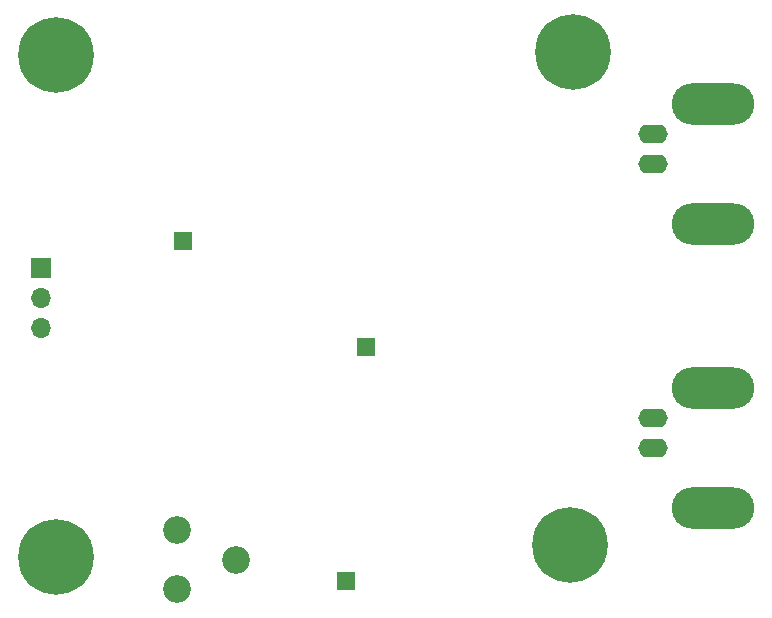
<source format=gbr>
%TF.GenerationSoftware,KiCad,Pcbnew,(5.1.9)-1*%
%TF.CreationDate,2021-05-17T20:36:21+02:00*%
%TF.ProjectId,TIMP_Bowes-Grebene,54494d50-5f42-46f7-9765-732d47726562,rev?*%
%TF.SameCoordinates,Original*%
%TF.FileFunction,Soldermask,Bot*%
%TF.FilePolarity,Negative*%
%FSLAX46Y46*%
G04 Gerber Fmt 4.6, Leading zero omitted, Abs format (unit mm)*
G04 Created by KiCad (PCBNEW (5.1.9)-1) date 2021-05-17 20:36:21*
%MOMM*%
%LPD*%
G01*
G04 APERTURE LIST*
%ADD10R,1.500000X1.500000*%
%ADD11C,6.400000*%
%ADD12C,0.800000*%
%ADD13O,2.500000X1.600000*%
%ADD14O,7.000000X3.500000*%
%ADD15R,1.700000X1.700000*%
%ADD16O,1.700000X1.700000*%
%ADD17C,2.340000*%
G04 APERTURE END LIST*
D10*
%TO.C,REF\u002A\u002A*%
X115750000Y-119500000D03*
%TD*%
%TO.C,REF\u002A\u002A*%
X102000000Y-90750000D03*
%TD*%
%TO.C,REF\u002A\u002A*%
X117500000Y-99750000D03*
%TD*%
D11*
%TO.C,H1*%
X135000000Y-74750000D03*
D12*
X137400000Y-74750000D03*
X136697056Y-76447056D03*
X135000000Y-77150000D03*
X133302944Y-76447056D03*
X132600000Y-74750000D03*
X133302944Y-73052944D03*
X135000000Y-72350000D03*
X136697056Y-73052944D03*
%TD*%
%TO.C,H2*%
X92947056Y-73302944D03*
X91250000Y-72600000D03*
X89552944Y-73302944D03*
X88850000Y-75000000D03*
X89552944Y-76697056D03*
X91250000Y-77400000D03*
X92947056Y-76697056D03*
X93650000Y-75000000D03*
D11*
X91250000Y-75000000D03*
%TD*%
%TO.C,H3*%
X134750000Y-116500000D03*
D12*
X137150000Y-116500000D03*
X136447056Y-118197056D03*
X134750000Y-118900000D03*
X133052944Y-118197056D03*
X132350000Y-116500000D03*
X133052944Y-114802944D03*
X134750000Y-114100000D03*
X136447056Y-114802944D03*
%TD*%
%TO.C,H4*%
X92697056Y-115802944D03*
X91000000Y-115100000D03*
X89302944Y-115802944D03*
X88600000Y-117500000D03*
X89302944Y-119197056D03*
X91000000Y-119900000D03*
X92697056Y-119197056D03*
X93400000Y-117500000D03*
D11*
X91250000Y-117500000D03*
%TD*%
D13*
%TO.C,J1*%
X141750000Y-105710000D03*
X141750000Y-108250000D03*
D14*
X146830000Y-113330000D03*
X146830000Y-103170000D03*
%TD*%
%TO.C,J2*%
X146830000Y-79170000D03*
X146830000Y-89330000D03*
D13*
X141750000Y-84250000D03*
X141750000Y-81710000D03*
%TD*%
D15*
%TO.C,J3*%
X90000000Y-93000000D03*
D16*
X90000000Y-95540000D03*
X90000000Y-98080000D03*
%TD*%
D17*
%TO.C,RV1*%
X101500000Y-120250000D03*
X106500000Y-117750000D03*
X101500000Y-115250000D03*
%TD*%
M02*

</source>
